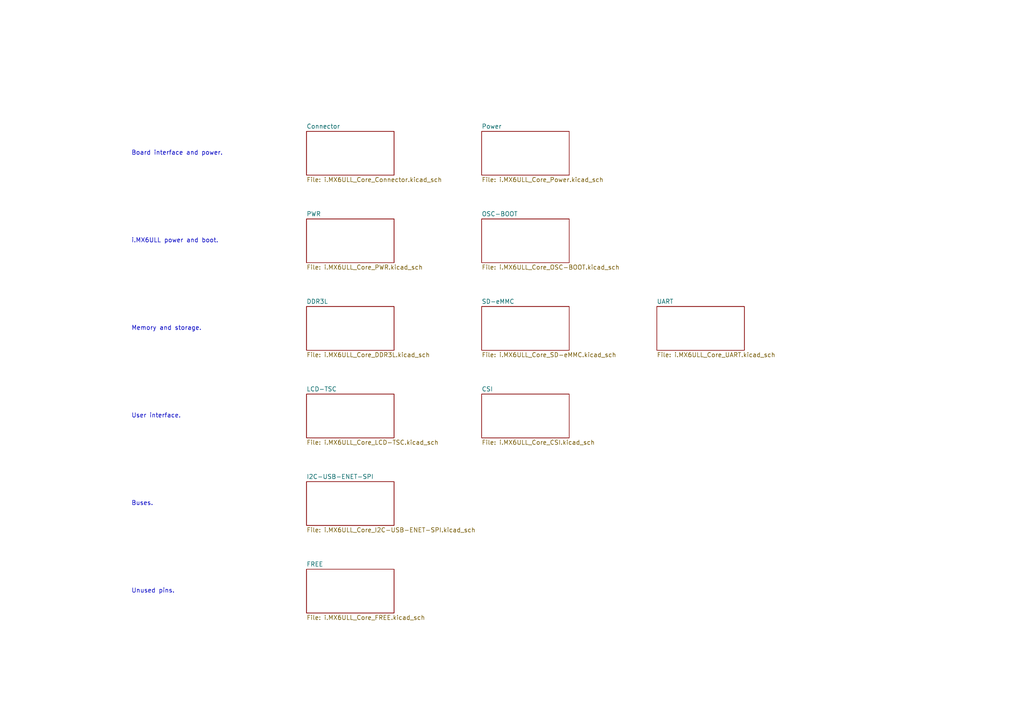
<source format=kicad_sch>
(kicad_sch
	(version 20231120)
	(generator "eeschema")
	(generator_version "8.0")
	(uuid "e87c210e-f51c-4a9b-976c-a3d23f53a50a")
	(paper "A4")
	(title_block
		(title "i.MX6ULL Core")
		(date "2024-06-06")
		(rev "0.9.1")
	)
	(lib_symbols)
	(text "i.MX6ULL power and boot."
		(exclude_from_sim no)
		(at 38.1 69.85 0)
		(effects
			(font
				(size 1.27 1.27)
			)
			(justify left)
		)
		(uuid "035645eb-f141-45bd-b830-c17c9df1e50b")
	)
	(text "Board interface and power."
		(exclude_from_sim no)
		(at 38.1 44.45 0)
		(effects
			(font
				(size 1.27 1.27)
			)
			(justify left)
		)
		(uuid "11601c5e-45e2-48bb-8abd-08e7e04bca4d")
	)
	(text "Memory and storage."
		(exclude_from_sim no)
		(at 38.1 95.25 0)
		(effects
			(font
				(size 1.27 1.27)
			)
			(justify left)
		)
		(uuid "258a5ba4-420d-4740-ae7b-86e4ef912a58")
	)
	(text "User interface."
		(exclude_from_sim no)
		(at 38.1 120.65 0)
		(effects
			(font
				(size 1.27 1.27)
			)
			(justify left)
		)
		(uuid "2c449272-1ec8-472a-9dda-c11183aefe66")
	)
	(text "Buses."
		(exclude_from_sim no)
		(at 38.1 146.05 0)
		(effects
			(font
				(size 1.27 1.27)
			)
			(justify left)
		)
		(uuid "c9f12e08-ab17-4be2-ba0f-0e35b4215fb2")
	)
	(text "Unused pins."
		(exclude_from_sim no)
		(at 38.1 171.45 0)
		(effects
			(font
				(size 1.27 1.27)
			)
			(justify left)
		)
		(uuid "dc3257a7-8226-47d6-a8e4-0e40abff6fc2")
	)
	(sheet
		(at 190.5 88.9)
		(size 25.4 12.7)
		(fields_autoplaced yes)
		(stroke
			(width 0.1524)
			(type solid)
		)
		(fill
			(color 0 0 0 0.0000)
		)
		(uuid "434afb42-3d4f-4a40-af36-c8919a11dee1")
		(property "Sheetname" "UART"
			(at 190.5 88.1884 0)
			(effects
				(font
					(size 1.27 1.27)
				)
				(justify left bottom)
			)
		)
		(property "Sheetfile" "i.MX6ULL_Core_UART.kicad_sch"
			(at 190.5 102.1846 0)
			(effects
				(font
					(size 1.27 1.27)
				)
				(justify left top)
			)
		)
		(instances
			(project "i.MX6ULL_Core"
				(path "/e87c210e-f51c-4a9b-976c-a3d23f53a50a"
					(page "8")
				)
			)
		)
	)
	(sheet
		(at 88.9 88.9)
		(size 25.4 12.7)
		(fields_autoplaced yes)
		(stroke
			(width 0.1524)
			(type solid)
		)
		(fill
			(color 0 0 0 0.0000)
		)
		(uuid "4acbdeb9-a7f3-4485-b3dd-ee9b4db1649f")
		(property "Sheetname" "DDR3L"
			(at 88.9 88.1884 0)
			(effects
				(font
					(size 1.27 1.27)
				)
				(justify left bottom)
			)
		)
		(property "Sheetfile" "i.MX6ULL_Core_DDR3L.kicad_sch"
			(at 88.9 102.1846 0)
			(effects
				(font
					(size 1.27 1.27)
				)
				(justify left top)
			)
		)
		(instances
			(project "i.MX6ULL_Core"
				(path "/e87c210e-f51c-4a9b-976c-a3d23f53a50a"
					(page "6")
				)
			)
		)
	)
	(sheet
		(at 139.7 114.3)
		(size 25.4 12.7)
		(fields_autoplaced yes)
		(stroke
			(width 0.1524)
			(type solid)
		)
		(fill
			(color 0 0 0 0.0000)
		)
		(uuid "4eebf007-5214-4181-bca8-00ae8a0ea098")
		(property "Sheetname" "CSI"
			(at 139.7 113.5884 0)
			(effects
				(font
					(size 1.27 1.27)
				)
				(justify left bottom)
			)
		)
		(property "Sheetfile" "i.MX6ULL_Core_CSI.kicad_sch"
			(at 139.7 127.5846 0)
			(effects
				(font
					(size 1.27 1.27)
				)
				(justify left top)
			)
		)
		(instances
			(project "i.MX6ULL_Core"
				(path "/e87c210e-f51c-4a9b-976c-a3d23f53a50a"
					(page "10")
				)
			)
		)
	)
	(sheet
		(at 88.9 63.5)
		(size 25.4 12.7)
		(fields_autoplaced yes)
		(stroke
			(width 0.1524)
			(type solid)
		)
		(fill
			(color 0 0 0 0.0000)
		)
		(uuid "771f0202-2279-4668-948c-4e36e9af09c0")
		(property "Sheetname" "PWR"
			(at 88.9 62.7884 0)
			(effects
				(font
					(size 1.27 1.27)
				)
				(justify left bottom)
			)
		)
		(property "Sheetfile" "i.MX6ULL_Core_PWR.kicad_sch"
			(at 88.9 76.7846 0)
			(effects
				(font
					(size 1.27 1.27)
				)
				(justify left top)
			)
		)
		(instances
			(project "i.MX6ULL_Core"
				(path "/e87c210e-f51c-4a9b-976c-a3d23f53a50a"
					(page "4")
				)
			)
		)
	)
	(sheet
		(at 88.9 165.1)
		(size 25.4 12.7)
		(fields_autoplaced yes)
		(stroke
			(width 0.1524)
			(type solid)
		)
		(fill
			(color 0 0 0 0.0000)
		)
		(uuid "9518742b-b5ec-49de-b3d0-73701327143d")
		(property "Sheetname" "FREE"
			(at 88.9 164.3884 0)
			(effects
				(font
					(size 1.27 1.27)
				)
				(justify left bottom)
			)
		)
		(property "Sheetfile" "i.MX6ULL_Core_FREE.kicad_sch"
			(at 88.9 178.3846 0)
			(effects
				(font
					(size 1.27 1.27)
				)
				(justify left top)
			)
		)
		(instances
			(project "i.MX6ULL_Core"
				(path "/e87c210e-f51c-4a9b-976c-a3d23f53a50a"
					(page "12")
				)
			)
		)
	)
	(sheet
		(at 139.7 88.9)
		(size 25.4 12.7)
		(fields_autoplaced yes)
		(stroke
			(width 0.1524)
			(type solid)
		)
		(fill
			(color 0 0 0 0.0000)
		)
		(uuid "a93a9e52-e8c4-4f65-b62b-eac2a1ff84c8")
		(property "Sheetname" "SD-eMMC"
			(at 139.7 88.1884 0)
			(effects
				(font
					(size 1.27 1.27)
				)
				(justify left bottom)
			)
		)
		(property "Sheetfile" "i.MX6ULL_Core_SD-eMMC.kicad_sch"
			(at 139.7 102.1846 0)
			(effects
				(font
					(size 1.27 1.27)
				)
				(justify left top)
			)
		)
		(instances
			(project "i.MX6ULL_Core"
				(path "/e87c210e-f51c-4a9b-976c-a3d23f53a50a"
					(page "7")
				)
			)
		)
	)
	(sheet
		(at 139.7 63.5)
		(size 25.4 12.7)
		(fields_autoplaced yes)
		(stroke
			(width 0.1524)
			(type solid)
		)
		(fill
			(color 0 0 0 0.0000)
		)
		(uuid "c97cf153-86f7-4926-8452-b827a016b038")
		(property "Sheetname" "OSC-BOOT"
			(at 139.7 62.7884 0)
			(effects
				(font
					(size 1.27 1.27)
				)
				(justify left bottom)
			)
		)
		(property "Sheetfile" "i.MX6ULL_Core_OSC-BOOT.kicad_sch"
			(at 139.7 76.7846 0)
			(effects
				(font
					(size 1.27 1.27)
				)
				(justify left top)
			)
		)
		(instances
			(project "i.MX6ULL_Core"
				(path "/e87c210e-f51c-4a9b-976c-a3d23f53a50a"
					(page "5")
				)
			)
		)
	)
	(sheet
		(at 88.9 139.7)
		(size 25.4 12.7)
		(fields_autoplaced yes)
		(stroke
			(width 0.1524)
			(type solid)
		)
		(fill
			(color 0 0 0 0.0000)
		)
		(uuid "d1433e49-f7f0-4a88-b2f8-62ee54d5b98c")
		(property "Sheetname" "I2C-USB-ENET-SPI"
			(at 88.9 138.9884 0)
			(effects
				(font
					(size 1.27 1.27)
				)
				(justify left bottom)
			)
		)
		(property "Sheetfile" "i.MX6ULL_Core_I2C-USB-ENET-SPI.kicad_sch"
			(at 88.9 152.9846 0)
			(effects
				(font
					(size 1.27 1.27)
				)
				(justify left top)
			)
		)
		(instances
			(project "i.MX6ULL_Core"
				(path "/e87c210e-f51c-4a9b-976c-a3d23f53a50a"
					(page "11")
				)
			)
		)
	)
	(sheet
		(at 88.9 114.3)
		(size 25.4 12.7)
		(fields_autoplaced yes)
		(stroke
			(width 0.1524)
			(type solid)
		)
		(fill
			(color 0 0 0 0.0000)
		)
		(uuid "d8fb1641-1f66-40cb-b1f2-97a7ba4ae548")
		(property "Sheetname" "LCD-TSC"
			(at 88.9 113.5884 0)
			(effects
				(font
					(size 1.27 1.27)
				)
				(justify left bottom)
			)
		)
		(property "Sheetfile" "i.MX6ULL_Core_LCD-TSC.kicad_sch"
			(at 88.9 127.5846 0)
			(effects
				(font
					(size 1.27 1.27)
				)
				(justify left top)
			)
		)
		(instances
			(project "i.MX6ULL_Core"
				(path "/e87c210e-f51c-4a9b-976c-a3d23f53a50a"
					(page "9")
				)
			)
		)
	)
	(sheet
		(at 88.9 38.1)
		(size 25.4 12.7)
		(fields_autoplaced yes)
		(stroke
			(width 0.1524)
			(type solid)
		)
		(fill
			(color 0 0 0 0.0000)
		)
		(uuid "e675a744-f756-4eac-8c65-d1882eec22af")
		(property "Sheetname" "Connector"
			(at 88.9 37.3884 0)
			(effects
				(font
					(size 1.27 1.27)
				)
				(justify left bottom)
			)
		)
		(property "Sheetfile" "i.MX6ULL_Core_Connector.kicad_sch"
			(at 88.9 51.3846 0)
			(effects
				(font
					(size 1.27 1.27)
				)
				(justify left top)
			)
		)
		(instances
			(project "i.MX6ULL_Core"
				(path "/e87c210e-f51c-4a9b-976c-a3d23f53a50a"
					(page "2")
				)
			)
		)
	)
	(sheet
		(at 139.7 38.1)
		(size 25.4 12.7)
		(fields_autoplaced yes)
		(stroke
			(width 0.1524)
			(type solid)
		)
		(fill
			(color 0 0 0 0.0000)
		)
		(uuid "ee80c84c-b31b-4b39-a323-2c1385fb27a0")
		(property "Sheetname" "Power"
			(at 139.7 37.3884 0)
			(effects
				(font
					(size 1.27 1.27)
				)
				(justify left bottom)
			)
		)
		(property "Sheetfile" "i.MX6ULL_Core_Power.kicad_sch"
			(at 139.7 51.3846 0)
			(effects
				(font
					(size 1.27 1.27)
				)
				(justify left top)
			)
		)
		(instances
			(project "i.MX6ULL_Core"
				(path "/e87c210e-f51c-4a9b-976c-a3d23f53a50a"
					(page "3")
				)
			)
		)
	)
	(sheet_instances
		(path "/"
			(page "1")
		)
	)
)
</source>
